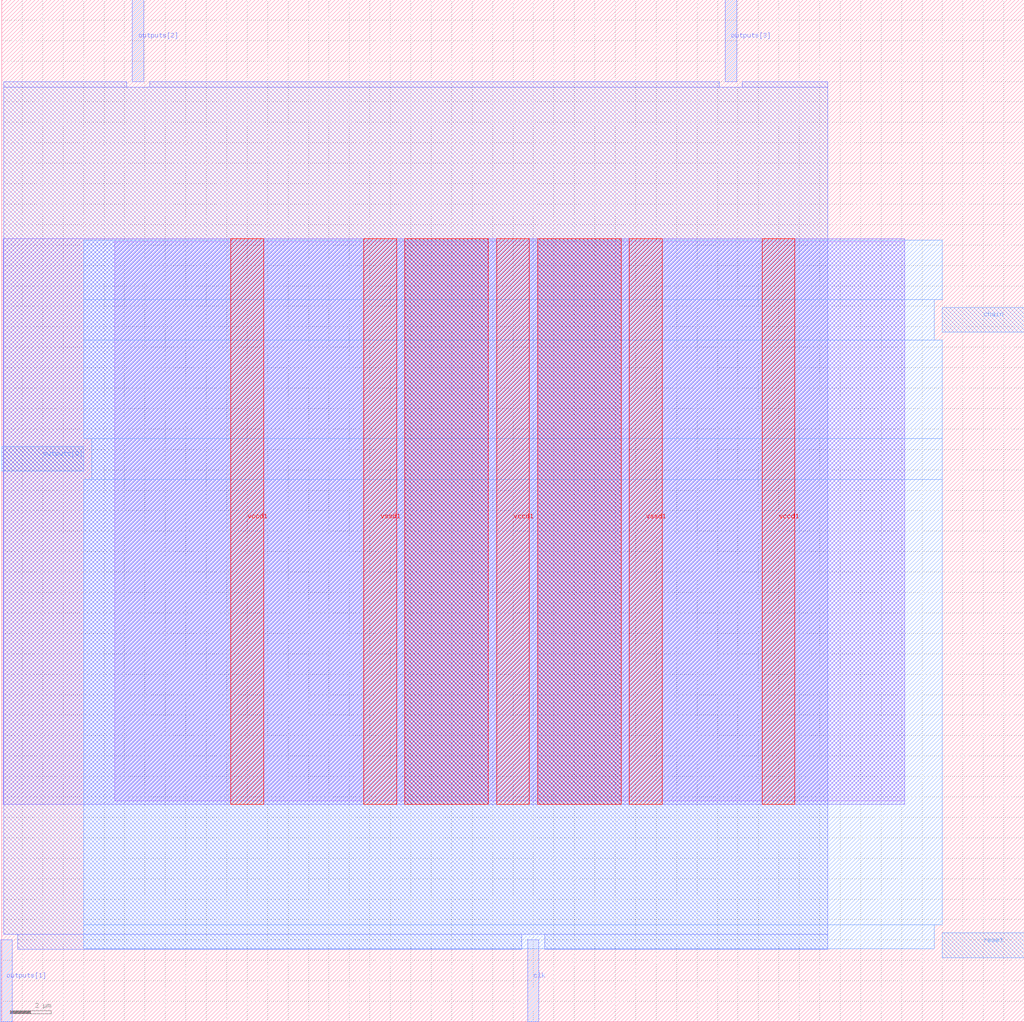
<source format=lef>
VERSION 5.7 ;
  NOWIREEXTENSIONATPIN ON ;
  DIVIDERCHAR "/" ;
  BUSBITCHARS "[]" ;
MACRO instrumented_adder
  CLASS BLOCK ;
  FOREIGN instrumented_adder ;
  ORIGIN 0.000 0.000 ;
  SIZE 50.000 BY 50.000 ;
  PIN chain
    DIRECTION OUTPUT TRISTATE ;
    USE SIGNAL ;
    PORT
      LAYER met3 ;
        RECT 46.000 33.740 50.000 34.940 ;
    END
  END chain
  PIN clk
    DIRECTION INPUT ;
    USE SIGNAL ;
    PORT
      LAYER met2 ;
        RECT 25.710 0.000 26.270 4.000 ;
    END
  END clk
  PIN outputs[0]
    DIRECTION OUTPUT TRISTATE ;
    USE SIGNAL ;
    PORT
      LAYER met3 ;
        RECT 0.000 26.940 4.000 28.140 ;
    END
  END outputs[0]
  PIN outputs[1]
    DIRECTION OUTPUT TRISTATE ;
    USE SIGNAL ;
    PORT
      LAYER met2 ;
        RECT -0.050 0.000 0.510 4.000 ;
    END
  END outputs[1]
  PIN outputs[2]
    DIRECTION OUTPUT TRISTATE ;
    USE SIGNAL ;
    PORT
      LAYER met2 ;
        RECT 6.390 46.000 6.950 50.000 ;
    END
  END outputs[2]
  PIN outputs[3]
    DIRECTION OUTPUT TRISTATE ;
    USE SIGNAL ;
    PORT
      LAYER met2 ;
        RECT 35.370 46.000 35.930 50.000 ;
    END
  END outputs[3]
  PIN reset
    DIRECTION INPUT ;
    USE SIGNAL ;
    PORT
      LAYER met3 ;
        RECT 46.000 3.140 50.000 4.340 ;
    END
  END reset
  PIN vccd1
    DIRECTION INPUT ;
    USE POWER ;
    PORT
      LAYER met4 ;
        RECT 11.210 10.640 12.810 38.320 ;
    END
    PORT
      LAYER met4 ;
        RECT 24.200 10.640 25.800 38.320 ;
    END
    PORT
      LAYER met4 ;
        RECT 37.185 10.640 38.785 38.320 ;
    END
  END vccd1
  PIN vssd1
    DIRECTION INPUT ;
    USE GROUND ;
    PORT
      LAYER met4 ;
        RECT 17.710 10.640 19.310 38.320 ;
    END
    PORT
      LAYER met4 ;
        RECT 30.695 10.640 32.295 38.320 ;
    END
  END vssd1
  OBS
      LAYER li1 ;
        RECT 5.520 10.795 44.160 38.165 ;
      LAYER met1 ;
        RECT 0.070 10.640 44.160 38.320 ;
      LAYER met2 ;
        RECT 0.100 45.720 6.110 46.000 ;
        RECT 7.230 45.720 35.090 46.000 ;
        RECT 36.210 45.720 40.390 46.000 ;
        RECT 0.100 4.280 40.390 45.720 ;
        RECT 0.790 3.555 25.430 4.280 ;
        RECT 26.550 3.555 40.390 4.280 ;
      LAYER met3 ;
        RECT 4.000 35.340 46.000 38.245 ;
        RECT 4.000 33.340 45.600 35.340 ;
        RECT 4.000 28.540 46.000 33.340 ;
        RECT 4.400 26.540 46.000 28.540 ;
        RECT 4.000 4.740 46.000 26.540 ;
        RECT 4.000 3.575 45.600 4.740 ;
      LAYER met4 ;
        RECT 19.710 10.640 23.800 38.320 ;
        RECT 26.200 10.640 30.295 38.320 ;
  END
END instrumented_adder
END LIBRARY


</source>
